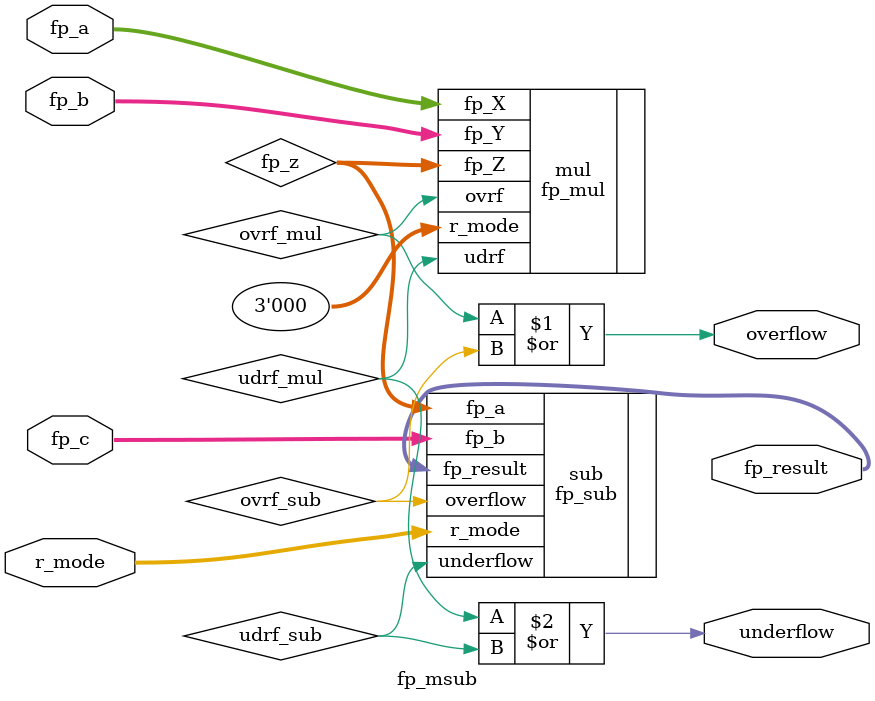
<source format=sv>
/****************************************************************************************
 * Archivo       : fp_msub.sv
 * Proyecto      : Unidad en punto flotante estandar IEEE 754
 * Autor         : Samuel Cabrera A
 * Fecha         : 1S 2025
 * Descripción   : Implementa la operación de multiplicación y resta en punto flotante
 *                 bajo el estándar IEEE 754, también conocida como FMA (Fused Multiply-Add): (A × B) - C
 * Instancias    : fp_alu, fp_msub
 ****************************************************************************************/
 

module fp_msub (

    input  logic [31:0] fp_a,        // Operando A en IEEE 754 
    input  logic [31:0] fp_b,        // Operando B en IEEE 754 
    input  logic [31:0] fp_c,        // Operando C en IEEE 754 
    input  logic [2:0]  r_mode,      // Modo de redondeo IEEE 754

    output logic [31:0] fp_result,   // Resultado final redondeado
    output logic        overflow,    // Bandera de overflow
    output logic        underflow    // Bandera underflow
);

    logic [31:0]    fp_z;
    logic           ovrf_mul, ovrf_sub;
    logic           udrf_mul, udrf_sub;

    ////////////////////////////////
    // Etapa 1: multiplicación A * B
    ////////////////////////////////
    fp_mul mul (
        .r_mode (3'b000), //RNE
        .fp_X   (fp_a),
        .fp_Y   (fp_b),
        .fp_Z   (fp_z),
        .ovrf   (ovrf_mul),
        .udrf   (udrf_mul)
    );  

    ////////////////////////////////
    // Etapa 2: resta con C
    ////////////////////////////////
    fp_sub sub (
        .fp_a      (fp_z),
        .fp_b      (fp_c),
        .r_mode    (r_mode),
        .fp_result (fp_result),
        .overflow  (ovrf_sub),
        .underflow (udrf_sub)
    );

    assign overflow  = ovrf_mul | ovrf_sub;
    assign underflow = udrf_mul | udrf_sub;


endmodule
</source>
